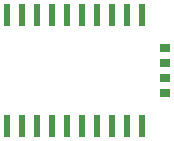
<source format=gbr>
G04 EAGLE Gerber RS-274X export*
G75*
%MOMM*%
%FSLAX34Y34*%
%LPD*%
%INSolderpaste Top*%
%IPPOS*%
%AMOC8*
5,1,8,0,0,1.08239X$1,22.5*%
G01*
%ADD10R,0.900000X0.700000*%
%ADD11R,0.530000X1.980000*%


D10*
X177800Y95400D03*
X177800Y82400D03*
X177800Y120800D03*
X177800Y107800D03*
D11*
X44450Y148450D03*
X44450Y54750D03*
X57150Y54750D03*
X69850Y54750D03*
X82550Y54750D03*
X95250Y54750D03*
X107950Y54750D03*
X120650Y54750D03*
X133350Y54750D03*
X146050Y54750D03*
X158750Y54750D03*
X57150Y148450D03*
X69850Y148450D03*
X82550Y148450D03*
X95250Y148450D03*
X107950Y148450D03*
X120650Y148450D03*
X133350Y148450D03*
X146050Y148450D03*
X158750Y148450D03*
M02*

</source>
